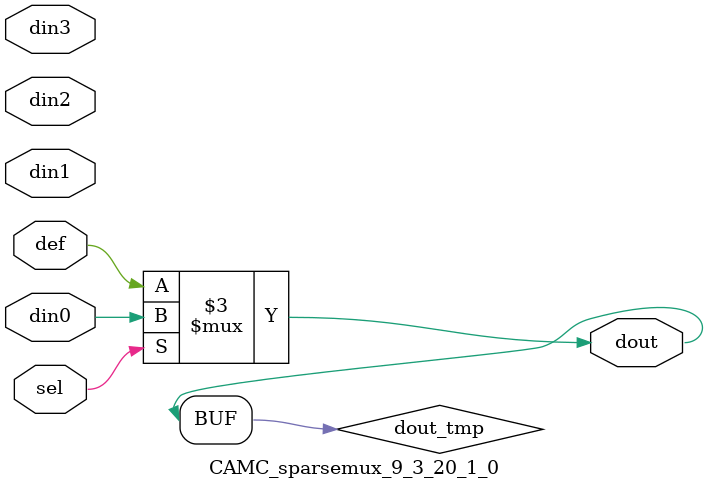
<source format=v>
`timescale 1ns / 1ps

module CAMC_sparsemux_9_3_20_1_0 (din0,din1,din2,din3,def,sel,dout);

parameter din0_WIDTH = 1;

parameter din1_WIDTH = 1;

parameter din2_WIDTH = 1;

parameter din3_WIDTH = 1;

parameter def_WIDTH = 1;
parameter sel_WIDTH = 1;
parameter dout_WIDTH = 1;

parameter [sel_WIDTH-1:0] CASE0 = 1;

parameter [sel_WIDTH-1:0] CASE1 = 1;

parameter [sel_WIDTH-1:0] CASE2 = 1;

parameter [sel_WIDTH-1:0] CASE3 = 1;

parameter ID = 1;
parameter NUM_STAGE = 1;



input [din0_WIDTH-1:0] din0;

input [din1_WIDTH-1:0] din1;

input [din2_WIDTH-1:0] din2;

input [din3_WIDTH-1:0] din3;

input [def_WIDTH-1:0] def;
input [sel_WIDTH-1:0] sel;

output [dout_WIDTH-1:0] dout;



reg [dout_WIDTH-1:0] dout_tmp;


always @ (*) begin
(* parallel_case *) case (sel)
    
    CASE0 : dout_tmp = din0;
    
    CASE1 : dout_tmp = din1;
    
    CASE2 : dout_tmp = din2;
    
    CASE3 : dout_tmp = din3;
    
    default : dout_tmp = def;
endcase
end


assign dout = dout_tmp;



endmodule

</source>
